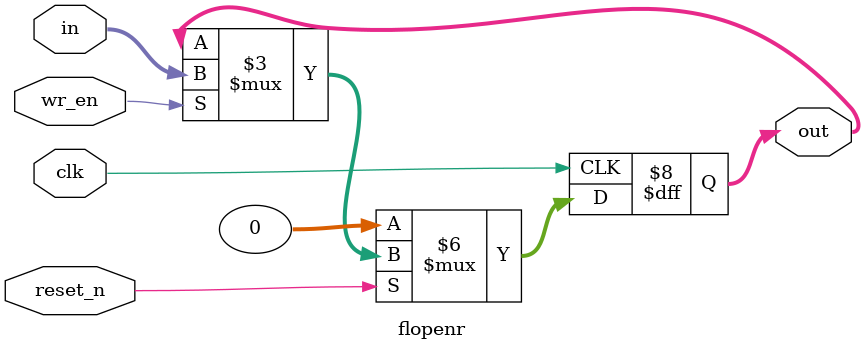
<source format=sv>
module flopenr #(parameter WIDTH=32)
(
    input logic clk,
    input logic reset_n,
    input logic wr_en,
    input logic [WIDTH-1:0] in,
    output logic [WIDTH-1:0] out
);

always_ff @(posedge clk)
    if(!reset_n)
        out <= 0;
    else if(wr_en)
        out <= in;

endmodule

</source>
